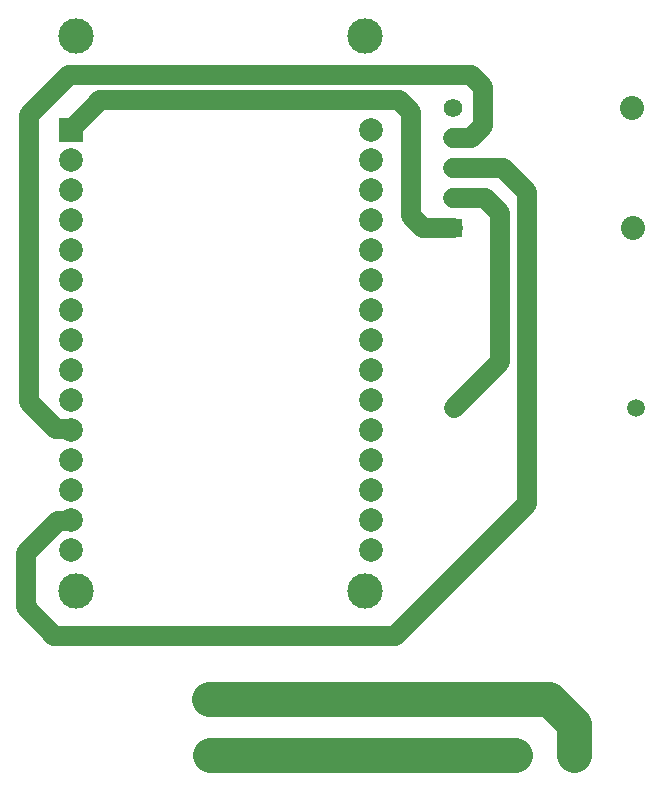
<source format=gbr>
%FSTAX23Y23*%
%MOIN*%
%SFA1B1*%

%IPPOS*%
%ADD10C,0.066929*%
%ADD11C,0.118110*%
%ADD12C,0.118110*%
%ADD13C,0.078740*%
%ADD14R,0.078740X0.078740*%
%ADD15C,0.080000*%
%ADD16R,0.062000X0.062000*%
%ADD17C,0.062000*%
%ADD18R,0.059370X0.059370*%
%ADD19C,0.059370*%
%ADD20R,0.064961X0.064961*%
%ADD21C,0.064961*%
G54D10*
X02615Y03419D02*
Y0355D01*
X011Y03455D02*
X01235Y0359D01*
X02575*
X02615Y0355*
X02335Y03505D02*
X02375Y03465D01*
Y03119D02*
Y03465D01*
X01339Y03505D02*
X02335D01*
X0124Y03405D02*
X01339Y03505D01*
X02414Y0308D02*
X02515D01*
X02375Y03119D02*
X02414Y0308D01*
X02515Y0338D02*
X02575D01*
X02615Y03419*
X01237Y02408D02*
X0124Y02405D01*
X011Y025D02*
X01191Y02408D01*
X011Y025D02*
Y03455D01*
X01191Y02408D02*
X01237D01*
X0109Y01815D02*
Y01995D01*
X01185Y0172D02*
X0232D01*
X0109Y01815D02*
X01185Y0172D01*
X0109Y01995D02*
X01198Y02103D01*
X01237D02*
X0124Y02105D01*
X01198Y02103D02*
X01237D01*
X0232Y0172D02*
X0276Y0216D01*
Y03199*
X0268Y0328D02*
X0276Y03199D01*
X02515Y0328D02*
X0268D01*
X0267Y02631D02*
Y0313D01*
X02516Y02478D02*
X0267Y02631D01*
X0262Y0318D02*
X0267Y0313D01*
X02515Y0318D02*
X0262D01*
G54D11*
X01703Y01321D02*
X02721D01*
X02835Y0151D02*
X02918Y01426D01*
Y01321D02*
Y01426D01*
X017Y0151D02*
X02835D01*
G54D12*
X01256Y03719D03*
X02221D03*
Y0187D03*
X01256D03*
G54D13*
X0224Y02005D03*
Y02105D03*
Y02205D03*
Y02305D03*
Y02405D03*
Y02505D03*
Y02605D03*
Y02705D03*
Y02805D03*
Y02905D03*
Y03005D03*
Y03105D03*
Y03205D03*
Y03305D03*
Y03405D03*
X0124Y02005D03*
Y02105D03*
Y02205D03*
Y02305D03*
Y02405D03*
Y02505D03*
Y02605D03*
Y02705D03*
Y02805D03*
Y02905D03*
Y03005D03*
Y03105D03*
Y03205D03*
Y03305D03*
G54D14*
X0124Y03405D03*
G54D15*
X0311Y0348D03*
X03115Y0308D03*
G54D16*
X02515Y0308D03*
G54D17*
X02515Y0318D03*
Y0328D03*
Y0338D03*
Y0348D03*
G54D18*
X02721Y01321D03*
G54D19*
X02918Y01321D03*
X02516Y02478D03*
X03123D03*
G54D20*
X017Y01325D03*
G54D21*
X017Y01525D03*
M02*
</source>
